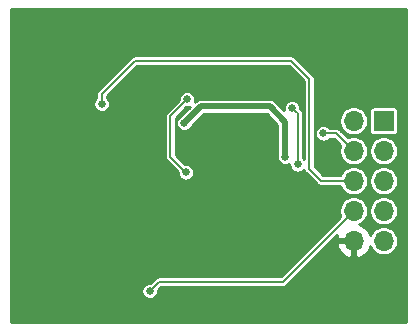
<source format=gbr>
G04 #@! TF.GenerationSoftware,KiCad,Pcbnew,(5.1.5)-3*
G04 #@! TF.CreationDate,2019-12-14T15:37:32-08:00*
G04 #@! TF.ProjectId,programmer,70726f67-7261-46d6-9d65-722e6b696361,rev?*
G04 #@! TF.SameCoordinates,Original*
G04 #@! TF.FileFunction,Copper,L2,Bot*
G04 #@! TF.FilePolarity,Positive*
%FSLAX46Y46*%
G04 Gerber Fmt 4.6, Leading zero omitted, Abs format (unit mm)*
G04 Created by KiCad (PCBNEW (5.1.5)-3) date 2019-12-14 15:37:32*
%MOMM*%
%LPD*%
G04 APERTURE LIST*
%ADD10O,1.700000X1.700000*%
%ADD11R,1.700000X1.700000*%
%ADD12C,0.635000*%
%ADD13C,0.508000*%
%ADD14C,0.152400*%
%ADD15C,0.254000*%
G04 APERTURE END LIST*
D10*
X147510000Y-122900000D03*
X150050000Y-122900000D03*
X147510000Y-120360000D03*
X150050000Y-120360000D03*
X147510000Y-117820000D03*
X150050000Y-117820000D03*
X147510000Y-115280000D03*
X150050000Y-115280000D03*
X147510000Y-112740000D03*
D11*
X150050000Y-112740000D03*
D12*
X132100000Y-124650000D03*
X141650000Y-122850000D03*
X134700000Y-118750000D03*
X145050000Y-111700000D03*
X133150000Y-108585000D03*
X132715000Y-113919000D03*
X133171900Y-112928100D03*
X141696320Y-115803680D03*
X130250000Y-127150000D03*
X126174500Y-111315500D03*
X144950000Y-113800000D03*
X142761356Y-116438680D03*
X142300000Y-111650000D03*
X133400000Y-110899996D03*
X133303680Y-117100000D03*
D13*
X140398500Y-111506000D02*
X134594000Y-111506000D01*
X141696320Y-115803680D02*
X141696320Y-112803820D01*
X134594000Y-111506000D02*
X133171900Y-112928100D01*
X141696320Y-112803820D02*
X140398500Y-111506000D01*
D14*
X131050000Y-126350000D02*
X130250000Y-127150000D01*
X147510000Y-120360000D02*
X141520000Y-126350000D01*
X141520000Y-126350000D02*
X131050000Y-126350000D01*
X126174500Y-110490000D02*
X126174500Y-111315500D01*
X129014500Y-107650000D02*
X126174500Y-110490000D01*
X144770000Y-117820000D02*
X143750000Y-116800000D01*
X147510000Y-117820000D02*
X144770000Y-117820000D01*
X143750000Y-116800000D02*
X143750000Y-109200000D01*
X142200000Y-107650000D02*
X129014500Y-107650000D01*
X143750000Y-109200000D02*
X142200000Y-107650000D01*
X145399012Y-113800000D02*
X144950000Y-113800000D01*
X146030000Y-113800000D02*
X145399012Y-113800000D01*
X147510000Y-115280000D02*
X146030000Y-113800000D01*
X142761356Y-112111356D02*
X142617499Y-111967499D01*
X142617499Y-111967499D02*
X142300000Y-111650000D01*
X142761356Y-116438680D02*
X142761356Y-112111356D01*
X133400000Y-110899996D02*
X132000000Y-112299996D01*
X132000000Y-112299996D02*
X132000000Y-115796320D01*
X132000000Y-115796320D02*
X132986181Y-116782501D01*
X132986181Y-116782501D02*
X133303680Y-117100000D01*
D15*
G36*
X151969000Y-129744000D02*
G01*
X118541000Y-129744000D01*
X118541000Y-127081204D01*
X129551500Y-127081204D01*
X129551500Y-127218796D01*
X129578343Y-127353745D01*
X129630997Y-127480864D01*
X129707439Y-127595268D01*
X129804732Y-127692561D01*
X129919136Y-127769003D01*
X130046255Y-127821657D01*
X130181204Y-127848500D01*
X130318796Y-127848500D01*
X130453745Y-127821657D01*
X130580864Y-127769003D01*
X130695268Y-127692561D01*
X130792561Y-127595268D01*
X130869003Y-127480864D01*
X130921657Y-127353745D01*
X130948500Y-127218796D01*
X130948500Y-127098077D01*
X131239378Y-126807200D01*
X141497550Y-126807200D01*
X141520000Y-126809411D01*
X141542450Y-126807200D01*
X141542460Y-126807200D01*
X141609627Y-126800585D01*
X141695809Y-126774441D01*
X141775236Y-126731987D01*
X141844853Y-126674853D01*
X141859174Y-126657403D01*
X145259687Y-123256890D01*
X146068524Y-123256890D01*
X146113175Y-123404099D01*
X146238359Y-123666920D01*
X146412412Y-123900269D01*
X146628645Y-124095178D01*
X146878748Y-124244157D01*
X147153109Y-124341481D01*
X147383000Y-124220814D01*
X147383000Y-123027000D01*
X146189845Y-123027000D01*
X146068524Y-123256890D01*
X145259687Y-123256890D01*
X146109909Y-122406669D01*
X146068524Y-122543110D01*
X146189845Y-122773000D01*
X147383000Y-122773000D01*
X147383000Y-122753000D01*
X147637000Y-122753000D01*
X147637000Y-122773000D01*
X147657000Y-122773000D01*
X147657000Y-123027000D01*
X147637000Y-123027000D01*
X147637000Y-124220814D01*
X147866891Y-124341481D01*
X148141252Y-124244157D01*
X148391355Y-124095178D01*
X148607588Y-123900269D01*
X148781641Y-123666920D01*
X148906825Y-123404099D01*
X148915091Y-123376846D01*
X148959102Y-123483097D01*
X149093820Y-123684717D01*
X149265283Y-123856180D01*
X149466903Y-123990898D01*
X149690931Y-124083693D01*
X149928757Y-124131000D01*
X150171243Y-124131000D01*
X150409069Y-124083693D01*
X150633097Y-123990898D01*
X150834717Y-123856180D01*
X151006180Y-123684717D01*
X151140898Y-123483097D01*
X151233693Y-123259069D01*
X151281000Y-123021243D01*
X151281000Y-122778757D01*
X151233693Y-122540931D01*
X151140898Y-122316903D01*
X151006180Y-122115283D01*
X150834717Y-121943820D01*
X150633097Y-121809102D01*
X150409069Y-121716307D01*
X150171243Y-121669000D01*
X149928757Y-121669000D01*
X149690931Y-121716307D01*
X149466903Y-121809102D01*
X149265283Y-121943820D01*
X149093820Y-122115283D01*
X148959102Y-122316903D01*
X148915091Y-122423154D01*
X148906825Y-122395901D01*
X148781641Y-122133080D01*
X148607588Y-121899731D01*
X148391355Y-121704822D01*
X148141252Y-121555843D01*
X147978832Y-121498228D01*
X148093097Y-121450898D01*
X148294717Y-121316180D01*
X148466180Y-121144717D01*
X148600898Y-120943097D01*
X148693693Y-120719069D01*
X148741000Y-120481243D01*
X148741000Y-120238757D01*
X148819000Y-120238757D01*
X148819000Y-120481243D01*
X148866307Y-120719069D01*
X148959102Y-120943097D01*
X149093820Y-121144717D01*
X149265283Y-121316180D01*
X149466903Y-121450898D01*
X149690931Y-121543693D01*
X149928757Y-121591000D01*
X150171243Y-121591000D01*
X150409069Y-121543693D01*
X150633097Y-121450898D01*
X150834717Y-121316180D01*
X151006180Y-121144717D01*
X151140898Y-120943097D01*
X151233693Y-120719069D01*
X151281000Y-120481243D01*
X151281000Y-120238757D01*
X151233693Y-120000931D01*
X151140898Y-119776903D01*
X151006180Y-119575283D01*
X150834717Y-119403820D01*
X150633097Y-119269102D01*
X150409069Y-119176307D01*
X150171243Y-119129000D01*
X149928757Y-119129000D01*
X149690931Y-119176307D01*
X149466903Y-119269102D01*
X149265283Y-119403820D01*
X149093820Y-119575283D01*
X148959102Y-119776903D01*
X148866307Y-120000931D01*
X148819000Y-120238757D01*
X148741000Y-120238757D01*
X148693693Y-120000931D01*
X148600898Y-119776903D01*
X148466180Y-119575283D01*
X148294717Y-119403820D01*
X148093097Y-119269102D01*
X147869069Y-119176307D01*
X147631243Y-119129000D01*
X147388757Y-119129000D01*
X147150931Y-119176307D01*
X146926903Y-119269102D01*
X146725283Y-119403820D01*
X146553820Y-119575283D01*
X146419102Y-119776903D01*
X146326307Y-120000931D01*
X146279000Y-120238757D01*
X146279000Y-120481243D01*
X146326307Y-120719069D01*
X146378455Y-120844967D01*
X141330623Y-125892800D01*
X131072450Y-125892800D01*
X131050000Y-125890589D01*
X131027550Y-125892800D01*
X131027540Y-125892800D01*
X130960373Y-125899415D01*
X130874191Y-125925559D01*
X130794764Y-125968013D01*
X130725147Y-126025147D01*
X130710830Y-126042592D01*
X130301923Y-126451500D01*
X130181204Y-126451500D01*
X130046255Y-126478343D01*
X129919136Y-126530997D01*
X129804732Y-126607439D01*
X129707439Y-126704732D01*
X129630997Y-126819136D01*
X129578343Y-126946255D01*
X129551500Y-127081204D01*
X118541000Y-127081204D01*
X118541000Y-111246704D01*
X125476000Y-111246704D01*
X125476000Y-111384296D01*
X125502843Y-111519245D01*
X125555497Y-111646364D01*
X125631939Y-111760768D01*
X125729232Y-111858061D01*
X125843636Y-111934503D01*
X125970755Y-111987157D01*
X126105704Y-112014000D01*
X126243296Y-112014000D01*
X126378245Y-111987157D01*
X126505364Y-111934503D01*
X126619768Y-111858061D01*
X126717061Y-111760768D01*
X126793503Y-111646364D01*
X126846157Y-111519245D01*
X126873000Y-111384296D01*
X126873000Y-111246704D01*
X126846157Y-111111755D01*
X126793503Y-110984636D01*
X126717061Y-110870232D01*
X126631700Y-110784871D01*
X126631700Y-110679377D01*
X129203879Y-108107200D01*
X142010623Y-108107200D01*
X143292801Y-109389379D01*
X143292800Y-115982295D01*
X143218556Y-115908051D01*
X143218556Y-112133808D01*
X143220767Y-112111356D01*
X143218556Y-112088904D01*
X143218556Y-112088896D01*
X143211941Y-112021729D01*
X143185797Y-111935547D01*
X143143343Y-111856120D01*
X143086209Y-111786503D01*
X143068763Y-111772185D01*
X142998500Y-111701923D01*
X142998500Y-111581204D01*
X142971657Y-111446255D01*
X142919003Y-111319136D01*
X142842561Y-111204732D01*
X142745268Y-111107439D01*
X142630864Y-111030997D01*
X142503745Y-110978343D01*
X142368796Y-110951500D01*
X142231204Y-110951500D01*
X142096255Y-110978343D01*
X141969136Y-111030997D01*
X141854732Y-111107439D01*
X141757439Y-111204732D01*
X141680997Y-111319136D01*
X141628343Y-111446255D01*
X141601500Y-111581204D01*
X141601500Y-111718796D01*
X141624388Y-111833863D01*
X140869574Y-111079050D01*
X140849685Y-111054815D01*
X140752994Y-110975463D01*
X140642680Y-110916498D01*
X140522982Y-110880188D01*
X140429692Y-110871000D01*
X140429681Y-110871000D01*
X140398500Y-110867929D01*
X140367319Y-110871000D01*
X134625180Y-110871000D01*
X134593999Y-110867929D01*
X134562818Y-110871000D01*
X134562808Y-110871000D01*
X134469518Y-110880188D01*
X134349820Y-110916498D01*
X134239506Y-110975463D01*
X134142815Y-111054815D01*
X134122930Y-111079045D01*
X134052864Y-111149111D01*
X134071657Y-111103741D01*
X134098500Y-110968792D01*
X134098500Y-110831200D01*
X134071657Y-110696251D01*
X134019003Y-110569132D01*
X133942561Y-110454728D01*
X133845268Y-110357435D01*
X133730864Y-110280993D01*
X133603745Y-110228339D01*
X133468796Y-110201496D01*
X133331204Y-110201496D01*
X133196255Y-110228339D01*
X133069136Y-110280993D01*
X132954732Y-110357435D01*
X132857439Y-110454728D01*
X132780997Y-110569132D01*
X132728343Y-110696251D01*
X132701500Y-110831200D01*
X132701500Y-110951918D01*
X131692597Y-111960822D01*
X131675147Y-111975143D01*
X131618013Y-112044761D01*
X131575559Y-112124188D01*
X131549415Y-112210370D01*
X131542800Y-112277537D01*
X131542800Y-112277546D01*
X131540589Y-112299996D01*
X131542800Y-112322446D01*
X131542801Y-115773860D01*
X131540589Y-115796320D01*
X131549416Y-115885946D01*
X131575560Y-115972129D01*
X131616038Y-116047859D01*
X131618014Y-116051556D01*
X131675148Y-116121173D01*
X131692592Y-116135489D01*
X132605180Y-117048079D01*
X132605180Y-117168796D01*
X132632023Y-117303745D01*
X132684677Y-117430864D01*
X132761119Y-117545268D01*
X132858412Y-117642561D01*
X132972816Y-117719003D01*
X133099935Y-117771657D01*
X133234884Y-117798500D01*
X133372476Y-117798500D01*
X133507425Y-117771657D01*
X133634544Y-117719003D01*
X133748948Y-117642561D01*
X133846241Y-117545268D01*
X133922683Y-117430864D01*
X133975337Y-117303745D01*
X134002180Y-117168796D01*
X134002180Y-117031204D01*
X133975337Y-116896255D01*
X133922683Y-116769136D01*
X133846241Y-116654732D01*
X133748948Y-116557439D01*
X133634544Y-116480997D01*
X133507425Y-116428343D01*
X133372476Y-116401500D01*
X133251759Y-116401500D01*
X132457200Y-115606943D01*
X132457200Y-112489373D01*
X133348078Y-111598496D01*
X133468796Y-111598496D01*
X133603745Y-111571653D01*
X133649115Y-111552860D01*
X132929537Y-112272439D01*
X132841036Y-112309097D01*
X132726632Y-112385539D01*
X132629339Y-112482832D01*
X132552897Y-112597236D01*
X132500243Y-112724355D01*
X132473400Y-112859304D01*
X132473400Y-112996896D01*
X132500243Y-113131845D01*
X132552897Y-113258964D01*
X132629339Y-113373368D01*
X132726632Y-113470661D01*
X132841036Y-113547103D01*
X132968155Y-113599757D01*
X133103104Y-113626600D01*
X133240696Y-113626600D01*
X133375645Y-113599757D01*
X133502764Y-113547103D01*
X133617168Y-113470661D01*
X133714461Y-113373368D01*
X133790903Y-113258964D01*
X133827561Y-113170463D01*
X134857025Y-112141000D01*
X140135476Y-112141000D01*
X141061321Y-113066847D01*
X141061320Y-115511436D01*
X141024663Y-115599935D01*
X140997820Y-115734884D01*
X140997820Y-115872476D01*
X141024663Y-116007425D01*
X141077317Y-116134544D01*
X141153759Y-116248948D01*
X141251052Y-116346241D01*
X141365456Y-116422683D01*
X141492575Y-116475337D01*
X141627524Y-116502180D01*
X141765116Y-116502180D01*
X141900065Y-116475337D01*
X142027184Y-116422683D01*
X142062856Y-116398848D01*
X142062856Y-116507476D01*
X142089699Y-116642425D01*
X142142353Y-116769544D01*
X142218795Y-116883948D01*
X142316088Y-116981241D01*
X142430492Y-117057683D01*
X142557611Y-117110337D01*
X142692560Y-117137180D01*
X142830152Y-117137180D01*
X142965101Y-117110337D01*
X143092220Y-117057683D01*
X143206624Y-116981241D01*
X143299310Y-116888555D01*
X143299415Y-116889626D01*
X143325559Y-116975808D01*
X143368013Y-117055235D01*
X143425147Y-117124853D01*
X143442597Y-117139174D01*
X144430830Y-118127408D01*
X144445147Y-118144853D01*
X144514764Y-118201987D01*
X144594191Y-118244441D01*
X144680373Y-118270585D01*
X144747540Y-118277200D01*
X144747550Y-118277200D01*
X144770000Y-118279411D01*
X144792450Y-118277200D01*
X146366954Y-118277200D01*
X146419102Y-118403097D01*
X146553820Y-118604717D01*
X146725283Y-118776180D01*
X146926903Y-118910898D01*
X147150931Y-119003693D01*
X147388757Y-119051000D01*
X147631243Y-119051000D01*
X147869069Y-119003693D01*
X148093097Y-118910898D01*
X148294717Y-118776180D01*
X148466180Y-118604717D01*
X148600898Y-118403097D01*
X148693693Y-118179069D01*
X148741000Y-117941243D01*
X148741000Y-117698757D01*
X148819000Y-117698757D01*
X148819000Y-117941243D01*
X148866307Y-118179069D01*
X148959102Y-118403097D01*
X149093820Y-118604717D01*
X149265283Y-118776180D01*
X149466903Y-118910898D01*
X149690931Y-119003693D01*
X149928757Y-119051000D01*
X150171243Y-119051000D01*
X150409069Y-119003693D01*
X150633097Y-118910898D01*
X150834717Y-118776180D01*
X151006180Y-118604717D01*
X151140898Y-118403097D01*
X151233693Y-118179069D01*
X151281000Y-117941243D01*
X151281000Y-117698757D01*
X151233693Y-117460931D01*
X151140898Y-117236903D01*
X151006180Y-117035283D01*
X150834717Y-116863820D01*
X150633097Y-116729102D01*
X150409069Y-116636307D01*
X150171243Y-116589000D01*
X149928757Y-116589000D01*
X149690931Y-116636307D01*
X149466903Y-116729102D01*
X149265283Y-116863820D01*
X149093820Y-117035283D01*
X148959102Y-117236903D01*
X148866307Y-117460931D01*
X148819000Y-117698757D01*
X148741000Y-117698757D01*
X148693693Y-117460931D01*
X148600898Y-117236903D01*
X148466180Y-117035283D01*
X148294717Y-116863820D01*
X148093097Y-116729102D01*
X147869069Y-116636307D01*
X147631243Y-116589000D01*
X147388757Y-116589000D01*
X147150931Y-116636307D01*
X146926903Y-116729102D01*
X146725283Y-116863820D01*
X146553820Y-117035283D01*
X146419102Y-117236903D01*
X146366954Y-117362800D01*
X144959378Y-117362800D01*
X144207200Y-116610623D01*
X144207200Y-113731204D01*
X144251500Y-113731204D01*
X144251500Y-113868796D01*
X144278343Y-114003745D01*
X144330997Y-114130864D01*
X144407439Y-114245268D01*
X144504732Y-114342561D01*
X144619136Y-114419003D01*
X144746255Y-114471657D01*
X144881204Y-114498500D01*
X145018796Y-114498500D01*
X145153745Y-114471657D01*
X145280864Y-114419003D01*
X145395268Y-114342561D01*
X145480629Y-114257200D01*
X145840623Y-114257200D01*
X146378455Y-114795033D01*
X146326307Y-114920931D01*
X146279000Y-115158757D01*
X146279000Y-115401243D01*
X146326307Y-115639069D01*
X146419102Y-115863097D01*
X146553820Y-116064717D01*
X146725283Y-116236180D01*
X146926903Y-116370898D01*
X147150931Y-116463693D01*
X147388757Y-116511000D01*
X147631243Y-116511000D01*
X147869069Y-116463693D01*
X148093097Y-116370898D01*
X148294717Y-116236180D01*
X148466180Y-116064717D01*
X148600898Y-115863097D01*
X148693693Y-115639069D01*
X148741000Y-115401243D01*
X148741000Y-115158757D01*
X148819000Y-115158757D01*
X148819000Y-115401243D01*
X148866307Y-115639069D01*
X148959102Y-115863097D01*
X149093820Y-116064717D01*
X149265283Y-116236180D01*
X149466903Y-116370898D01*
X149690931Y-116463693D01*
X149928757Y-116511000D01*
X150171243Y-116511000D01*
X150409069Y-116463693D01*
X150633097Y-116370898D01*
X150834717Y-116236180D01*
X151006180Y-116064717D01*
X151140898Y-115863097D01*
X151233693Y-115639069D01*
X151281000Y-115401243D01*
X151281000Y-115158757D01*
X151233693Y-114920931D01*
X151140898Y-114696903D01*
X151006180Y-114495283D01*
X150834717Y-114323820D01*
X150633097Y-114189102D01*
X150409069Y-114096307D01*
X150171243Y-114049000D01*
X149928757Y-114049000D01*
X149690931Y-114096307D01*
X149466903Y-114189102D01*
X149265283Y-114323820D01*
X149093820Y-114495283D01*
X148959102Y-114696903D01*
X148866307Y-114920931D01*
X148819000Y-115158757D01*
X148741000Y-115158757D01*
X148693693Y-114920931D01*
X148600898Y-114696903D01*
X148466180Y-114495283D01*
X148294717Y-114323820D01*
X148093097Y-114189102D01*
X147869069Y-114096307D01*
X147631243Y-114049000D01*
X147388757Y-114049000D01*
X147150931Y-114096307D01*
X147025033Y-114148455D01*
X146369174Y-113492597D01*
X146354853Y-113475147D01*
X146285236Y-113418013D01*
X146205809Y-113375559D01*
X146119627Y-113349415D01*
X146052460Y-113342800D01*
X146052450Y-113342800D01*
X146030000Y-113340589D01*
X146007550Y-113342800D01*
X145480629Y-113342800D01*
X145395268Y-113257439D01*
X145280864Y-113180997D01*
X145153745Y-113128343D01*
X145018796Y-113101500D01*
X144881204Y-113101500D01*
X144746255Y-113128343D01*
X144619136Y-113180997D01*
X144504732Y-113257439D01*
X144407439Y-113354732D01*
X144330997Y-113469136D01*
X144278343Y-113596255D01*
X144251500Y-113731204D01*
X144207200Y-113731204D01*
X144207200Y-112618757D01*
X146279000Y-112618757D01*
X146279000Y-112861243D01*
X146326307Y-113099069D01*
X146419102Y-113323097D01*
X146553820Y-113524717D01*
X146725283Y-113696180D01*
X146926903Y-113830898D01*
X147150931Y-113923693D01*
X147388757Y-113971000D01*
X147631243Y-113971000D01*
X147869069Y-113923693D01*
X148093097Y-113830898D01*
X148294717Y-113696180D01*
X148466180Y-113524717D01*
X148600898Y-113323097D01*
X148693693Y-113099069D01*
X148741000Y-112861243D01*
X148741000Y-112618757D01*
X148693693Y-112380931D01*
X148600898Y-112156903D01*
X148466180Y-111955283D01*
X148400897Y-111890000D01*
X148817157Y-111890000D01*
X148817157Y-113590000D01*
X148824513Y-113664689D01*
X148846299Y-113736508D01*
X148881678Y-113802696D01*
X148929289Y-113860711D01*
X148987304Y-113908322D01*
X149053492Y-113943701D01*
X149125311Y-113965487D01*
X149200000Y-113972843D01*
X150900000Y-113972843D01*
X150974689Y-113965487D01*
X151046508Y-113943701D01*
X151112696Y-113908322D01*
X151170711Y-113860711D01*
X151218322Y-113802696D01*
X151253701Y-113736508D01*
X151275487Y-113664689D01*
X151282843Y-113590000D01*
X151282843Y-111890000D01*
X151275487Y-111815311D01*
X151253701Y-111743492D01*
X151218322Y-111677304D01*
X151170711Y-111619289D01*
X151112696Y-111571678D01*
X151046508Y-111536299D01*
X150974689Y-111514513D01*
X150900000Y-111507157D01*
X149200000Y-111507157D01*
X149125311Y-111514513D01*
X149053492Y-111536299D01*
X148987304Y-111571678D01*
X148929289Y-111619289D01*
X148881678Y-111677304D01*
X148846299Y-111743492D01*
X148824513Y-111815311D01*
X148817157Y-111890000D01*
X148400897Y-111890000D01*
X148294717Y-111783820D01*
X148093097Y-111649102D01*
X147869069Y-111556307D01*
X147631243Y-111509000D01*
X147388757Y-111509000D01*
X147150931Y-111556307D01*
X146926903Y-111649102D01*
X146725283Y-111783820D01*
X146553820Y-111955283D01*
X146419102Y-112156903D01*
X146326307Y-112380931D01*
X146279000Y-112618757D01*
X144207200Y-112618757D01*
X144207200Y-109222449D01*
X144209411Y-109199999D01*
X144207200Y-109177549D01*
X144207200Y-109177540D01*
X144200585Y-109110373D01*
X144174441Y-109024191D01*
X144131987Y-108944764D01*
X144074853Y-108875147D01*
X144057408Y-108860830D01*
X142539174Y-107342597D01*
X142524853Y-107325147D01*
X142455236Y-107268013D01*
X142375809Y-107225559D01*
X142289627Y-107199415D01*
X142222460Y-107192800D01*
X142222450Y-107192800D01*
X142200000Y-107190589D01*
X142177550Y-107192800D01*
X129036952Y-107192800D01*
X129014500Y-107190589D01*
X128992048Y-107192800D01*
X128992040Y-107192800D01*
X128924873Y-107199415D01*
X128838690Y-107225559D01*
X128759264Y-107268013D01*
X128707092Y-107310829D01*
X128707086Y-107310835D01*
X128689647Y-107325147D01*
X128675335Y-107342586D01*
X125867097Y-110150826D01*
X125849647Y-110165147D01*
X125792513Y-110234765D01*
X125750059Y-110314192D01*
X125723915Y-110400374D01*
X125717300Y-110467541D01*
X125717300Y-110467550D01*
X125715089Y-110490000D01*
X125717300Y-110512450D01*
X125717300Y-110784871D01*
X125631939Y-110870232D01*
X125555497Y-110984636D01*
X125502843Y-111111755D01*
X125476000Y-111246704D01*
X118541000Y-111246704D01*
X118541000Y-103301000D01*
X151969001Y-103301000D01*
X151969000Y-129744000D01*
G37*
X151969000Y-129744000D02*
X118541000Y-129744000D01*
X118541000Y-127081204D01*
X129551500Y-127081204D01*
X129551500Y-127218796D01*
X129578343Y-127353745D01*
X129630997Y-127480864D01*
X129707439Y-127595268D01*
X129804732Y-127692561D01*
X129919136Y-127769003D01*
X130046255Y-127821657D01*
X130181204Y-127848500D01*
X130318796Y-127848500D01*
X130453745Y-127821657D01*
X130580864Y-127769003D01*
X130695268Y-127692561D01*
X130792561Y-127595268D01*
X130869003Y-127480864D01*
X130921657Y-127353745D01*
X130948500Y-127218796D01*
X130948500Y-127098077D01*
X131239378Y-126807200D01*
X141497550Y-126807200D01*
X141520000Y-126809411D01*
X141542450Y-126807200D01*
X141542460Y-126807200D01*
X141609627Y-126800585D01*
X141695809Y-126774441D01*
X141775236Y-126731987D01*
X141844853Y-126674853D01*
X141859174Y-126657403D01*
X145259687Y-123256890D01*
X146068524Y-123256890D01*
X146113175Y-123404099D01*
X146238359Y-123666920D01*
X146412412Y-123900269D01*
X146628645Y-124095178D01*
X146878748Y-124244157D01*
X147153109Y-124341481D01*
X147383000Y-124220814D01*
X147383000Y-123027000D01*
X146189845Y-123027000D01*
X146068524Y-123256890D01*
X145259687Y-123256890D01*
X146109909Y-122406669D01*
X146068524Y-122543110D01*
X146189845Y-122773000D01*
X147383000Y-122773000D01*
X147383000Y-122753000D01*
X147637000Y-122753000D01*
X147637000Y-122773000D01*
X147657000Y-122773000D01*
X147657000Y-123027000D01*
X147637000Y-123027000D01*
X147637000Y-124220814D01*
X147866891Y-124341481D01*
X148141252Y-124244157D01*
X148391355Y-124095178D01*
X148607588Y-123900269D01*
X148781641Y-123666920D01*
X148906825Y-123404099D01*
X148915091Y-123376846D01*
X148959102Y-123483097D01*
X149093820Y-123684717D01*
X149265283Y-123856180D01*
X149466903Y-123990898D01*
X149690931Y-124083693D01*
X149928757Y-124131000D01*
X150171243Y-124131000D01*
X150409069Y-124083693D01*
X150633097Y-123990898D01*
X150834717Y-123856180D01*
X151006180Y-123684717D01*
X151140898Y-123483097D01*
X151233693Y-123259069D01*
X151281000Y-123021243D01*
X151281000Y-122778757D01*
X151233693Y-122540931D01*
X151140898Y-122316903D01*
X151006180Y-122115283D01*
X150834717Y-121943820D01*
X150633097Y-121809102D01*
X150409069Y-121716307D01*
X150171243Y-121669000D01*
X149928757Y-121669000D01*
X149690931Y-121716307D01*
X149466903Y-121809102D01*
X149265283Y-121943820D01*
X149093820Y-122115283D01*
X148959102Y-122316903D01*
X148915091Y-122423154D01*
X148906825Y-122395901D01*
X148781641Y-122133080D01*
X148607588Y-121899731D01*
X148391355Y-121704822D01*
X148141252Y-121555843D01*
X147978832Y-121498228D01*
X148093097Y-121450898D01*
X148294717Y-121316180D01*
X148466180Y-121144717D01*
X148600898Y-120943097D01*
X148693693Y-120719069D01*
X148741000Y-120481243D01*
X148741000Y-120238757D01*
X148819000Y-120238757D01*
X148819000Y-120481243D01*
X148866307Y-120719069D01*
X148959102Y-120943097D01*
X149093820Y-121144717D01*
X149265283Y-121316180D01*
X149466903Y-121450898D01*
X149690931Y-121543693D01*
X149928757Y-121591000D01*
X150171243Y-121591000D01*
X150409069Y-121543693D01*
X150633097Y-121450898D01*
X150834717Y-121316180D01*
X151006180Y-121144717D01*
X151140898Y-120943097D01*
X151233693Y-120719069D01*
X151281000Y-120481243D01*
X151281000Y-120238757D01*
X151233693Y-120000931D01*
X151140898Y-119776903D01*
X151006180Y-119575283D01*
X150834717Y-119403820D01*
X150633097Y-119269102D01*
X150409069Y-119176307D01*
X150171243Y-119129000D01*
X149928757Y-119129000D01*
X149690931Y-119176307D01*
X149466903Y-119269102D01*
X149265283Y-119403820D01*
X149093820Y-119575283D01*
X148959102Y-119776903D01*
X148866307Y-120000931D01*
X148819000Y-120238757D01*
X148741000Y-120238757D01*
X148693693Y-120000931D01*
X148600898Y-119776903D01*
X148466180Y-119575283D01*
X148294717Y-119403820D01*
X148093097Y-119269102D01*
X147869069Y-119176307D01*
X147631243Y-119129000D01*
X147388757Y-119129000D01*
X147150931Y-119176307D01*
X146926903Y-119269102D01*
X146725283Y-119403820D01*
X146553820Y-119575283D01*
X146419102Y-119776903D01*
X146326307Y-120000931D01*
X146279000Y-120238757D01*
X146279000Y-120481243D01*
X146326307Y-120719069D01*
X146378455Y-120844967D01*
X141330623Y-125892800D01*
X131072450Y-125892800D01*
X131050000Y-125890589D01*
X131027550Y-125892800D01*
X131027540Y-125892800D01*
X130960373Y-125899415D01*
X130874191Y-125925559D01*
X130794764Y-125968013D01*
X130725147Y-126025147D01*
X130710830Y-126042592D01*
X130301923Y-126451500D01*
X130181204Y-126451500D01*
X130046255Y-126478343D01*
X129919136Y-126530997D01*
X129804732Y-126607439D01*
X129707439Y-126704732D01*
X129630997Y-126819136D01*
X129578343Y-126946255D01*
X129551500Y-127081204D01*
X118541000Y-127081204D01*
X118541000Y-111246704D01*
X125476000Y-111246704D01*
X125476000Y-111384296D01*
X125502843Y-111519245D01*
X125555497Y-111646364D01*
X125631939Y-111760768D01*
X125729232Y-111858061D01*
X125843636Y-111934503D01*
X125970755Y-111987157D01*
X126105704Y-112014000D01*
X126243296Y-112014000D01*
X126378245Y-111987157D01*
X126505364Y-111934503D01*
X126619768Y-111858061D01*
X126717061Y-111760768D01*
X126793503Y-111646364D01*
X126846157Y-111519245D01*
X126873000Y-111384296D01*
X126873000Y-111246704D01*
X126846157Y-111111755D01*
X126793503Y-110984636D01*
X126717061Y-110870232D01*
X126631700Y-110784871D01*
X126631700Y-110679377D01*
X129203879Y-108107200D01*
X142010623Y-108107200D01*
X143292801Y-109389379D01*
X143292800Y-115982295D01*
X143218556Y-115908051D01*
X143218556Y-112133808D01*
X143220767Y-112111356D01*
X143218556Y-112088904D01*
X143218556Y-112088896D01*
X143211941Y-112021729D01*
X143185797Y-111935547D01*
X143143343Y-111856120D01*
X143086209Y-111786503D01*
X143068763Y-111772185D01*
X142998500Y-111701923D01*
X142998500Y-111581204D01*
X142971657Y-111446255D01*
X142919003Y-111319136D01*
X142842561Y-111204732D01*
X142745268Y-111107439D01*
X142630864Y-111030997D01*
X142503745Y-110978343D01*
X142368796Y-110951500D01*
X142231204Y-110951500D01*
X142096255Y-110978343D01*
X141969136Y-111030997D01*
X141854732Y-111107439D01*
X141757439Y-111204732D01*
X141680997Y-111319136D01*
X141628343Y-111446255D01*
X141601500Y-111581204D01*
X141601500Y-111718796D01*
X141624388Y-111833863D01*
X140869574Y-111079050D01*
X140849685Y-111054815D01*
X140752994Y-110975463D01*
X140642680Y-110916498D01*
X140522982Y-110880188D01*
X140429692Y-110871000D01*
X140429681Y-110871000D01*
X140398500Y-110867929D01*
X140367319Y-110871000D01*
X134625180Y-110871000D01*
X134593999Y-110867929D01*
X134562818Y-110871000D01*
X134562808Y-110871000D01*
X134469518Y-110880188D01*
X134349820Y-110916498D01*
X134239506Y-110975463D01*
X134142815Y-111054815D01*
X134122930Y-111079045D01*
X134052864Y-111149111D01*
X134071657Y-111103741D01*
X134098500Y-110968792D01*
X134098500Y-110831200D01*
X134071657Y-110696251D01*
X134019003Y-110569132D01*
X133942561Y-110454728D01*
X133845268Y-110357435D01*
X133730864Y-110280993D01*
X133603745Y-110228339D01*
X133468796Y-110201496D01*
X133331204Y-110201496D01*
X133196255Y-110228339D01*
X133069136Y-110280993D01*
X132954732Y-110357435D01*
X132857439Y-110454728D01*
X132780997Y-110569132D01*
X132728343Y-110696251D01*
X132701500Y-110831200D01*
X132701500Y-110951918D01*
X131692597Y-111960822D01*
X131675147Y-111975143D01*
X131618013Y-112044761D01*
X131575559Y-112124188D01*
X131549415Y-112210370D01*
X131542800Y-112277537D01*
X131542800Y-112277546D01*
X131540589Y-112299996D01*
X131542800Y-112322446D01*
X131542801Y-115773860D01*
X131540589Y-115796320D01*
X131549416Y-115885946D01*
X131575560Y-115972129D01*
X131616038Y-116047859D01*
X131618014Y-116051556D01*
X131675148Y-116121173D01*
X131692592Y-116135489D01*
X132605180Y-117048079D01*
X132605180Y-117168796D01*
X132632023Y-117303745D01*
X132684677Y-117430864D01*
X132761119Y-117545268D01*
X132858412Y-117642561D01*
X132972816Y-117719003D01*
X133099935Y-117771657D01*
X133234884Y-117798500D01*
X133372476Y-117798500D01*
X133507425Y-117771657D01*
X133634544Y-117719003D01*
X133748948Y-117642561D01*
X133846241Y-117545268D01*
X133922683Y-117430864D01*
X133975337Y-117303745D01*
X134002180Y-117168796D01*
X134002180Y-117031204D01*
X133975337Y-116896255D01*
X133922683Y-116769136D01*
X133846241Y-116654732D01*
X133748948Y-116557439D01*
X133634544Y-116480997D01*
X133507425Y-116428343D01*
X133372476Y-116401500D01*
X133251759Y-116401500D01*
X132457200Y-115606943D01*
X132457200Y-112489373D01*
X133348078Y-111598496D01*
X133468796Y-111598496D01*
X133603745Y-111571653D01*
X133649115Y-111552860D01*
X132929537Y-112272439D01*
X132841036Y-112309097D01*
X132726632Y-112385539D01*
X132629339Y-112482832D01*
X132552897Y-112597236D01*
X132500243Y-112724355D01*
X132473400Y-112859304D01*
X132473400Y-112996896D01*
X132500243Y-113131845D01*
X132552897Y-113258964D01*
X132629339Y-113373368D01*
X132726632Y-113470661D01*
X132841036Y-113547103D01*
X132968155Y-113599757D01*
X133103104Y-113626600D01*
X133240696Y-113626600D01*
X133375645Y-113599757D01*
X133502764Y-113547103D01*
X133617168Y-113470661D01*
X133714461Y-113373368D01*
X133790903Y-113258964D01*
X133827561Y-113170463D01*
X134857025Y-112141000D01*
X140135476Y-112141000D01*
X141061321Y-113066847D01*
X141061320Y-115511436D01*
X141024663Y-115599935D01*
X140997820Y-115734884D01*
X140997820Y-115872476D01*
X141024663Y-116007425D01*
X141077317Y-116134544D01*
X141153759Y-116248948D01*
X141251052Y-116346241D01*
X141365456Y-116422683D01*
X141492575Y-116475337D01*
X141627524Y-116502180D01*
X141765116Y-116502180D01*
X141900065Y-116475337D01*
X142027184Y-116422683D01*
X142062856Y-116398848D01*
X142062856Y-116507476D01*
X142089699Y-116642425D01*
X142142353Y-116769544D01*
X142218795Y-116883948D01*
X142316088Y-116981241D01*
X142430492Y-117057683D01*
X142557611Y-117110337D01*
X142692560Y-117137180D01*
X142830152Y-117137180D01*
X142965101Y-117110337D01*
X143092220Y-117057683D01*
X143206624Y-116981241D01*
X143299310Y-116888555D01*
X143299415Y-116889626D01*
X143325559Y-116975808D01*
X143368013Y-117055235D01*
X143425147Y-117124853D01*
X143442597Y-117139174D01*
X144430830Y-118127408D01*
X144445147Y-118144853D01*
X144514764Y-118201987D01*
X144594191Y-118244441D01*
X144680373Y-118270585D01*
X144747540Y-118277200D01*
X144747550Y-118277200D01*
X144770000Y-118279411D01*
X144792450Y-118277200D01*
X146366954Y-118277200D01*
X146419102Y-118403097D01*
X146553820Y-118604717D01*
X146725283Y-118776180D01*
X146926903Y-118910898D01*
X147150931Y-119003693D01*
X147388757Y-119051000D01*
X147631243Y-119051000D01*
X147869069Y-119003693D01*
X148093097Y-118910898D01*
X148294717Y-118776180D01*
X148466180Y-118604717D01*
X148600898Y-118403097D01*
X148693693Y-118179069D01*
X148741000Y-117941243D01*
X148741000Y-117698757D01*
X148819000Y-117698757D01*
X148819000Y-117941243D01*
X148866307Y-118179069D01*
X148959102Y-118403097D01*
X149093820Y-118604717D01*
X149265283Y-118776180D01*
X149466903Y-118910898D01*
X149690931Y-119003693D01*
X149928757Y-119051000D01*
X150171243Y-119051000D01*
X150409069Y-119003693D01*
X150633097Y-118910898D01*
X150834717Y-118776180D01*
X151006180Y-118604717D01*
X151140898Y-118403097D01*
X151233693Y-118179069D01*
X151281000Y-117941243D01*
X151281000Y-117698757D01*
X151233693Y-117460931D01*
X151140898Y-117236903D01*
X151006180Y-117035283D01*
X150834717Y-116863820D01*
X150633097Y-116729102D01*
X150409069Y-116636307D01*
X150171243Y-116589000D01*
X149928757Y-116589000D01*
X149690931Y-116636307D01*
X149466903Y-116729102D01*
X149265283Y-116863820D01*
X149093820Y-117035283D01*
X148959102Y-117236903D01*
X148866307Y-117460931D01*
X148819000Y-117698757D01*
X148741000Y-117698757D01*
X148693693Y-117460931D01*
X148600898Y-117236903D01*
X148466180Y-117035283D01*
X148294717Y-116863820D01*
X148093097Y-116729102D01*
X147869069Y-116636307D01*
X147631243Y-116589000D01*
X147388757Y-116589000D01*
X147150931Y-116636307D01*
X146926903Y-116729102D01*
X146725283Y-116863820D01*
X146553820Y-117035283D01*
X146419102Y-117236903D01*
X146366954Y-117362800D01*
X144959378Y-117362800D01*
X144207200Y-116610623D01*
X144207200Y-113731204D01*
X144251500Y-113731204D01*
X144251500Y-113868796D01*
X144278343Y-114003745D01*
X144330997Y-114130864D01*
X144407439Y-114245268D01*
X144504732Y-114342561D01*
X144619136Y-114419003D01*
X144746255Y-114471657D01*
X144881204Y-114498500D01*
X145018796Y-114498500D01*
X145153745Y-114471657D01*
X145280864Y-114419003D01*
X145395268Y-114342561D01*
X145480629Y-114257200D01*
X145840623Y-114257200D01*
X146378455Y-114795033D01*
X146326307Y-114920931D01*
X146279000Y-115158757D01*
X146279000Y-115401243D01*
X146326307Y-115639069D01*
X146419102Y-115863097D01*
X146553820Y-116064717D01*
X146725283Y-116236180D01*
X146926903Y-116370898D01*
X147150931Y-116463693D01*
X147388757Y-116511000D01*
X147631243Y-116511000D01*
X147869069Y-116463693D01*
X148093097Y-116370898D01*
X148294717Y-116236180D01*
X148466180Y-116064717D01*
X148600898Y-115863097D01*
X148693693Y-115639069D01*
X148741000Y-115401243D01*
X148741000Y-115158757D01*
X148819000Y-115158757D01*
X148819000Y-115401243D01*
X148866307Y-115639069D01*
X148959102Y-115863097D01*
X149093820Y-116064717D01*
X149265283Y-116236180D01*
X149466903Y-116370898D01*
X149690931Y-116463693D01*
X149928757Y-116511000D01*
X150171243Y-116511000D01*
X150409069Y-116463693D01*
X150633097Y-116370898D01*
X150834717Y-116236180D01*
X151006180Y-116064717D01*
X151140898Y-115863097D01*
X151233693Y-115639069D01*
X151281000Y-115401243D01*
X151281000Y-115158757D01*
X151233693Y-114920931D01*
X151140898Y-114696903D01*
X151006180Y-114495283D01*
X150834717Y-114323820D01*
X150633097Y-114189102D01*
X150409069Y-114096307D01*
X150171243Y-114049000D01*
X149928757Y-114049000D01*
X149690931Y-114096307D01*
X149466903Y-114189102D01*
X149265283Y-114323820D01*
X149093820Y-114495283D01*
X148959102Y-114696903D01*
X148866307Y-114920931D01*
X148819000Y-115158757D01*
X148741000Y-115158757D01*
X148693693Y-114920931D01*
X148600898Y-114696903D01*
X148466180Y-114495283D01*
X148294717Y-114323820D01*
X148093097Y-114189102D01*
X147869069Y-114096307D01*
X147631243Y-114049000D01*
X147388757Y-114049000D01*
X147150931Y-114096307D01*
X147025033Y-114148455D01*
X146369174Y-113492597D01*
X146354853Y-113475147D01*
X146285236Y-113418013D01*
X146205809Y-113375559D01*
X146119627Y-113349415D01*
X146052460Y-113342800D01*
X146052450Y-113342800D01*
X146030000Y-113340589D01*
X146007550Y-113342800D01*
X145480629Y-113342800D01*
X145395268Y-113257439D01*
X145280864Y-113180997D01*
X145153745Y-113128343D01*
X145018796Y-113101500D01*
X144881204Y-113101500D01*
X144746255Y-113128343D01*
X144619136Y-113180997D01*
X144504732Y-113257439D01*
X144407439Y-113354732D01*
X144330997Y-113469136D01*
X144278343Y-113596255D01*
X144251500Y-113731204D01*
X144207200Y-113731204D01*
X144207200Y-112618757D01*
X146279000Y-112618757D01*
X146279000Y-112861243D01*
X146326307Y-113099069D01*
X146419102Y-113323097D01*
X146553820Y-113524717D01*
X146725283Y-113696180D01*
X146926903Y-113830898D01*
X147150931Y-113923693D01*
X147388757Y-113971000D01*
X147631243Y-113971000D01*
X147869069Y-113923693D01*
X148093097Y-113830898D01*
X148294717Y-113696180D01*
X148466180Y-113524717D01*
X148600898Y-113323097D01*
X148693693Y-113099069D01*
X148741000Y-112861243D01*
X148741000Y-112618757D01*
X148693693Y-112380931D01*
X148600898Y-112156903D01*
X148466180Y-111955283D01*
X148400897Y-111890000D01*
X148817157Y-111890000D01*
X148817157Y-113590000D01*
X148824513Y-113664689D01*
X148846299Y-113736508D01*
X148881678Y-113802696D01*
X148929289Y-113860711D01*
X148987304Y-113908322D01*
X149053492Y-113943701D01*
X149125311Y-113965487D01*
X149200000Y-113972843D01*
X150900000Y-113972843D01*
X150974689Y-113965487D01*
X151046508Y-113943701D01*
X151112696Y-113908322D01*
X151170711Y-113860711D01*
X151218322Y-113802696D01*
X151253701Y-113736508D01*
X151275487Y-113664689D01*
X151282843Y-113590000D01*
X151282843Y-111890000D01*
X151275487Y-111815311D01*
X151253701Y-111743492D01*
X151218322Y-111677304D01*
X151170711Y-111619289D01*
X151112696Y-111571678D01*
X151046508Y-111536299D01*
X150974689Y-111514513D01*
X150900000Y-111507157D01*
X149200000Y-111507157D01*
X149125311Y-111514513D01*
X149053492Y-111536299D01*
X148987304Y-111571678D01*
X148929289Y-111619289D01*
X148881678Y-111677304D01*
X148846299Y-111743492D01*
X148824513Y-111815311D01*
X148817157Y-111890000D01*
X148400897Y-111890000D01*
X148294717Y-111783820D01*
X148093097Y-111649102D01*
X147869069Y-111556307D01*
X147631243Y-111509000D01*
X147388757Y-111509000D01*
X147150931Y-111556307D01*
X146926903Y-111649102D01*
X146725283Y-111783820D01*
X146553820Y-111955283D01*
X146419102Y-112156903D01*
X146326307Y-112380931D01*
X146279000Y-112618757D01*
X144207200Y-112618757D01*
X144207200Y-109222449D01*
X144209411Y-109199999D01*
X144207200Y-109177549D01*
X144207200Y-109177540D01*
X144200585Y-109110373D01*
X144174441Y-109024191D01*
X144131987Y-108944764D01*
X144074853Y-108875147D01*
X144057408Y-108860830D01*
X142539174Y-107342597D01*
X142524853Y-107325147D01*
X142455236Y-107268013D01*
X142375809Y-107225559D01*
X142289627Y-107199415D01*
X142222460Y-107192800D01*
X142222450Y-107192800D01*
X142200000Y-107190589D01*
X142177550Y-107192800D01*
X129036952Y-107192800D01*
X129014500Y-107190589D01*
X128992048Y-107192800D01*
X128992040Y-107192800D01*
X128924873Y-107199415D01*
X128838690Y-107225559D01*
X128759264Y-107268013D01*
X128707092Y-107310829D01*
X128707086Y-107310835D01*
X128689647Y-107325147D01*
X128675335Y-107342586D01*
X125867097Y-110150826D01*
X125849647Y-110165147D01*
X125792513Y-110234765D01*
X125750059Y-110314192D01*
X125723915Y-110400374D01*
X125717300Y-110467541D01*
X125717300Y-110467550D01*
X125715089Y-110490000D01*
X125717300Y-110512450D01*
X125717300Y-110784871D01*
X125631939Y-110870232D01*
X125555497Y-110984636D01*
X125502843Y-111111755D01*
X125476000Y-111246704D01*
X118541000Y-111246704D01*
X118541000Y-103301000D01*
X151969001Y-103301000D01*
X151969000Y-129744000D01*
M02*

</source>
